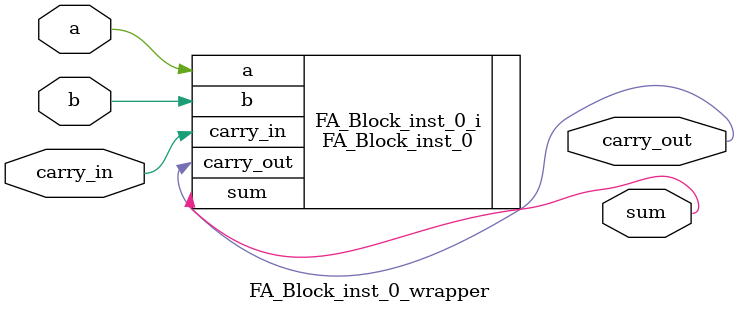
<source format=v>
`timescale 1 ps / 1 ps

module FA_Block_inst_0_wrapper
   (a,
    b,
    carry_in,
    carry_out,
    sum);
  input a;
  input b;
  input carry_in;
  output carry_out;
  output sum;

  wire a;
  wire b;
  wire carry_in;
  wire carry_out;
  wire sum;

  FA_Block_inst_0 FA_Block_inst_0_i
       (.a(a),
        .b(b),
        .carry_in(carry_in),
        .carry_out(carry_out),
        .sum(sum));
endmodule

</source>
